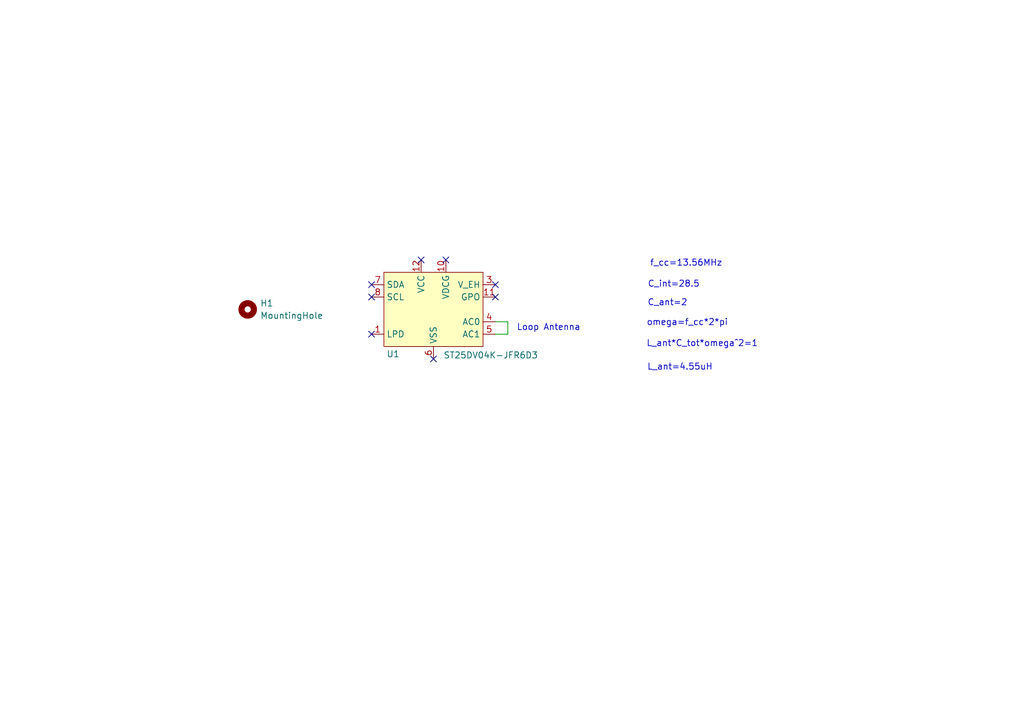
<source format=kicad_sch>
(kicad_sch (version 20231120) (generator "eeschema") (generator_version "8.0")
  (paper "A5")
  (lib_symbols
    (symbol "Mechanical:MountingHole" (pin_names (offset 1.016)) (exclude_from_sim yes) (in_bom no)
      (property "Reference" "H" (at 0 5.08 0))
      (property "Value" "MountingHole" (at 0 3.175 0))
      (symbol "MountingHole_0_1"
        (circle (center 0 0) (radius 1.27) (stroke (width 1.27)))
      )
    )
    (symbol "RF_NFC:ST25DV04K-JFR6D3"
      (property "Reference" "U" (at 8.89 8.89 0))
      (property "Value" "ST25DV04K-JFR6D3" (at 10.795 -8.89 0))
      (symbol "ST25DV04K-JFR6D3_1_1"
        (rectangle (start -10.16 7.62) (end 10.16 -7.62) (fill (type background)))
        (pin input line (at -12.7 -5.08 0) (length 2.54) (name "LPD") (number "1"))
        (pin power_in line (at 2.54 10.16 270) (length 2.54) (name "VDCG") (number "10"))
        (pin output line (at 12.7 2.54 180) (length 2.54) (name "GPO") (number "11"))
        (pin power_in line (at -2.54 10.16 270) (length 2.54) (name "VCC") (number "12"))
        (pin no_connect line (at 10.16 0 180) (length 2.54) hide (name "NC") (number "13"))
        (pin no_connect line (at -10.16 0 0) (length 2.54) hide (name "NC") (number "2"))
        (pin power_out line (at 12.7 5.08 180) (length 2.54) (name "V_EH") (number "3"))
        (pin passive line (at 12.7 -2.54 180) (length 2.54) (name "AC0") (number "4"))
        (pin passive line (at 12.7 -5.08 180) (length 2.54) (name "AC1") (number "5"))
        (pin power_in line (at 0 -10.16 90) (length 2.54) (name "VSS") (number "6"))
        (pin bidirectional line (at -12.7 5.08 0) (length 2.54) (name "SDA") (number "7"))
        (pin input line (at -12.7 2.54 0) (length 2.54) (name "SCL") (number "8"))
        (pin no_connect line (at -10.16 -2.54 0) (length 2.54) hide (name "NC") (number "9"))
      )
    )
  )
  (no_connect (at 88.9 73.66))
  (no_connect (at 101.6 60.96))
  (no_connect (at 101.6 58.42))
  (no_connect (at 76.2 68.58))
  (no_connect (at 76.2 58.42))
  (no_connect (at 91.44 53.34))
  (no_connect (at 76.2 60.96))
  (no_connect (at 86.36 53.34))
  (wire (pts (xy 104.14 68.58) (xy 101.6 68.58)))
  (wire (pts (xy 104.14 66.04) (xy 101.6 66.04)))
  (wire (pts (xy 104.14 66.04) (xy 104.14 68.58)))
  (text "C_int=28.5" (at 138.176 58.42 0) (effects (font (size 1.27 1.27))))
  (text "f_cc=13.56MHz" (at 140.716 54.102 0) (effects (font (size 1.27 1.27))))
  (text "L_ant=4.55uH" (at 139.446 75.438 0) (effects (font (size 1.27 1.27))))
  (text "C_ant=2" (at 136.906 62.23 0) (effects (font (size 1.27 1.27))))
  (text "omega=f_cc*2*pi" (at 140.97 66.294 0) (effects (font (size 1.27 1.27))))
  (text "L_ant*C_tot*omega^2=1" (at 144.018 70.612 0) (effects (font (size 1.27 1.27))))
  (text "Loop Antenna" (at 112.522 67.31 0) (effects (font (size 1.27 1.27))))
  (symbol (lib_id "RF_NFC:ST25DV04K-JFR6D3") (at 88.9 63.5 0) (unit 1)
    (property "Reference" "U1" (at 79.248 72.644 0) (effects (justify left)))
    (property "Value" "ST25DV04K-JFR6D3" (at 90.932 72.898 0) (effects (justify left)))
    (property "Footprint" "Package_DFN_QFN:ST_UFDFPN-12-1EP_3x3mm_P0.5mm_EP1.4x2.55mm" (effects (hide yes)))
    (property "Datasheet" "https://www.st.com/resource/en/datasheet/st25dv04k.pdf" (effects (hide yes)))
    (property "Description" "Dynamic NFC/RFID tag IC with 4-Kbit EEPROM, UFDFPN-12" (effects (hide yes)))
    (property "LCSC" "C2654815" (effects (hide yes)))
  )
  (symbol (lib_id "Mechanical:MountingHole") (at 50.8 63.5 0) (unit 1) (exclude_from_sim yes) (in_bom no)
    (property "Reference" "H1" (at 53.34 62.2299 0) (effects (justify left)))
    (property "Value" "MountingHole" (at 53.34 64.7699 0) (effects (justify left)))
    (property "Footprint" "MountingHole:MountingHole_4.3mm_M4" (effects (hide yes)))
    (property "Description" "Mounting Hole without connection" (effects (hide yes)))
  )
)
</source>
